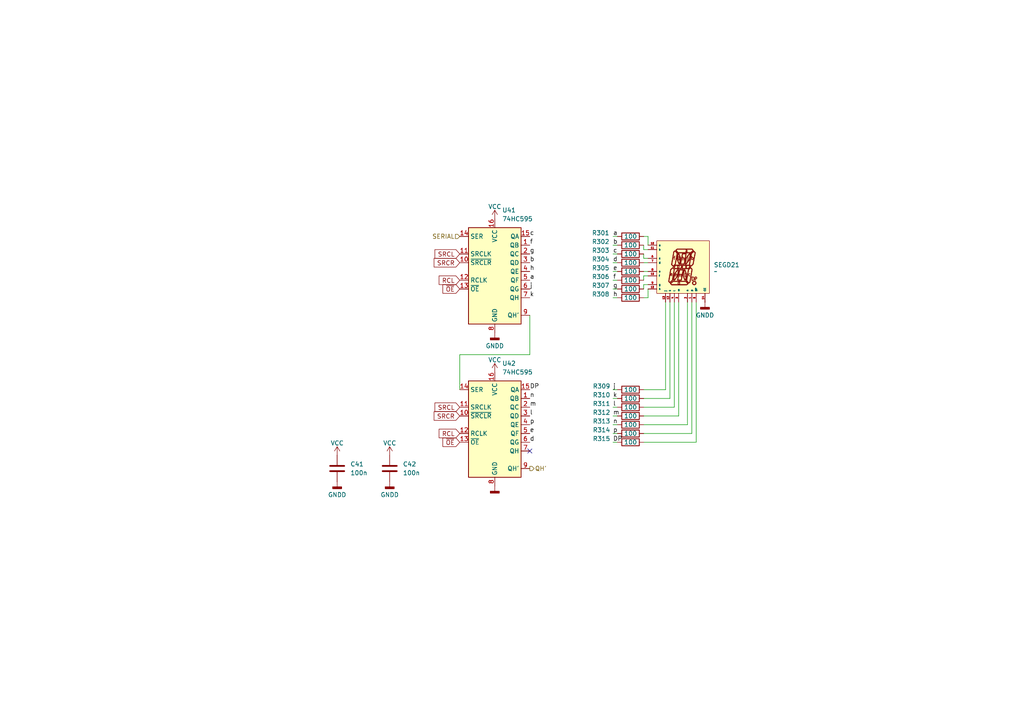
<source format=kicad_sch>
(kicad_sch (version 20250114) (generator "eeschema") (generator_version "9.0")
  (paper "A4")
  (lib_symbols
    (symbol "74xx:74HC595"
      (property "Reference" "U" (at -7.62 13.97 0))
      (property "Value" "74HC595" (at -7.62 -16.51 0))
      (symbol "74HC595_1_0"
        (pin input line (at -10.16 10.16 0) (length 2.54) (name "SER") (number "14"))
        (pin input line (at -10.16 5.08 0) (length 2.54) (name "SRCLK") (number "11"))
        (pin input line (at -10.16 2.54 0) (length 2.54) (name "~{SRCLR}") (number "10"))
        (pin input line (at -10.16 -2.54 0) (length 2.54) (name "RCLK") (number "12"))
        (pin input line (at -10.16 -5.08 0) (length 2.54) (name "~{OE}") (number "13"))
        (pin power_in line (at 0 15.24 270) (length 2.54) (name "VCC") (number "16"))
        (pin power_in line (at 0 -17.78 90) (length 2.54) (name "GND") (number "8"))
        (pin tri_state line (at 10.16 10.16 180) (length 2.54) (name "QA") (number "15"))
        (pin tri_state line (at 10.16 7.62 180) (length 2.54) (name "QB") (number "1"))
        (pin tri_state line (at 10.16 5.08 180) (length 2.54) (name "QC") (number "2"))
        (pin tri_state line (at 10.16 2.54 180) (length 2.54) (name "QD") (number "3"))
        (pin tri_state line (at 10.16 0 180) (length 2.54) (name "QE") (number "4"))
        (pin tri_state line (at 10.16 -2.54 180) (length 2.54) (name "QF") (number "5"))
        (pin tri_state line (at 10.16 -5.08 180) (length 2.54) (name "QG") (number "6"))
        (pin tri_state line (at 10.16 -7.62 180) (length 2.54) (name "QH") (number "7"))
        (pin output line (at 10.16 -12.7 180) (length 2.54) (name "QH'") (number "9"))
      )
    )
    (symbol "Device:C" (pin_numbers (hide yes)) (pin_names (offset 0.254))
      (property "Reference" "C" (at 0.635 2.54 0))
      (property "Value" "C" (at 0.635 -2.54 0))
      (symbol "C_1_1"
        (pin passive line (at 0 3.81 270) (length 2.794) (name "~") (number "1"))
        (pin passive line (at 0 -3.81 90) (length 2.794) (name "~") (number "2"))
      )
    )
    (symbol "Device:R" (pin_numbers (hide yes)) (pin_names (offset 0))
      (property "Reference" "R" (at 2.032 0 90))
      (property "Value" "R" (at 0 0 90))
      (symbol "R_1_1"
        (pin passive line (at 0 3.81 270) (length 1.27) (name "~") (number "1"))
        (pin passive line (at 0 -3.81 90) (length 1.27) (name "~") (number "2"))
      )
    )
    (symbol "External_Parts:ACPSC04-41SEKWA"
      (property "Reference" "SEGD" (at 0 8.89 0))
      (symbol "ACPSC04-41SEKWA_1_1"
        (pin passive line (at -10.16 6.35 0) (length 2.54) (name "a") (number "10"))
        (pin passive line (at -10.16 5.08 0) (length 2.54) (name "b") (number "11"))
        (pin passive line (at -10.16 2.54 0) (length 2.54) (name "c") (number "6"))
        (pin passive line (at -10.16 1.27 0) (length 2.54) (name "d") (number "7"))
        (pin passive line (at -10.16 -1.27 0) (length 2.54) (name "e") (number "8"))
        (pin passive line (at -10.16 -2.54 0) (length 2.54) (name "f") (number "16"))
        (pin passive line (at -10.16 -5.08 0) (length 2.54) (name "g") (number "9"))
        (pin passive line (at -10.16 -6.35 0) (length 2.54) (name "h") (number "15"))
        (pin passive line (at -5.08 -10.16 90) (length 2.54) (name "j") (number "13"))
        (pin passive line (at -3.81 -10.16 90) (length 2.54) (name "k") (number "12"))
        (pin passive line (at -2.54 -10.16 90) (length 2.54) (name "l") (number "4"))
        (pin passive line (at -1.27 -10.16 90) (length 2.54) (name "m") (number "3"))
        (pin passive line (at 1.27 -10.16 90) (length 2.54) (name "n") (number "2"))
        (pin passive line (at 2.54 -10.16 90) (length 2.54) (name "p") (number "1"))
        (pin passive line (at 3.81 -10.16 90) (length 2.54) (name "DP") (number "5"))
        (pin passive line (at 6.35 -10.16 90) (length 2.54) (name "CC") (number "14"))
      )
    )
    (symbol "power:GNDD" (power) (pin_numbers (hide yes)) (pin_names (offset 0) (hide yes))
      (property "Value" "GNDD" (at 0 -3.175 0))
      (symbol "GNDD_1_1"
        (pin power_in line (at 0 0 270) (length 0) (name "~") (number "1"))
      )
    )
    (symbol "power:VCC" (power) (pin_numbers (hide yes)) (pin_names (offset 0) (hide yes))
      (property "Value" "VCC" (at 0 3.556 0))
      (symbol "VCC_1_1"
        (pin power_in line (at 0 0 90) (length 0) (name "~") (number "1"))
      )
    )
  )
  (no_connect (at 153.67 130.81))
  (wire (pts (xy 186.69 78.74) (xy 187.96 78.74)))
  (wire (pts (xy 186.69 118.11) (xy 195.58 118.11)))
  (wire (pts (xy 195.58 118.11) (xy 195.58 87.63)))
  (wire (pts (xy 186.69 120.65) (xy 196.85 120.65)))
  (wire (pts (xy 186.69 125.73) (xy 200.66 125.73)))
  (wire (pts (xy 179.07 118.11) (xy 177.8 118.11)))
  (wire (pts (xy 153.67 91.44) (xy 153.67 102.87)))
  (wire (pts (xy 186.69 82.55) (xy 186.69 83.82)))
  (wire (pts (xy 177.8 68.58) (xy 179.07 68.58)))
  (wire (pts (xy 186.69 72.39) (xy 187.96 72.39)))
  (wire (pts (xy 186.69 86.36) (xy 187.96 86.36)))
  (wire (pts (xy 179.07 123.19) (xy 177.8 123.19)))
  (wire (pts (xy 194.31 115.57) (xy 194.31 87.63)))
  (wire (pts (xy 177.8 73.66) (xy 179.07 73.66)))
  (wire (pts (xy 186.69 115.57) (xy 194.31 115.57)))
  (wire (pts (xy 193.04 113.03) (xy 193.04 87.63)))
  (wire (pts (xy 186.69 80.01) (xy 186.69 81.28)))
  (wire (pts (xy 177.8 128.27) (xy 179.07 128.27)))
  (wire (pts (xy 186.69 80.01) (xy 187.96 80.01)))
  (wire (pts (xy 187.96 68.58) (xy 186.69 68.58)))
  (wire (pts (xy 186.69 74.93) (xy 186.69 73.66)))
  (wire (pts (xy 187.96 86.36) (xy 187.96 83.82)))
  (wire (pts (xy 179.07 125.73) (xy 177.8 125.73)))
  (wire (pts (xy 133.35 102.87) (xy 133.35 113.03)))
  (wire (pts (xy 199.39 123.19) (xy 199.39 87.63)))
  (wire (pts (xy 186.69 128.27) (xy 201.93 128.27)))
  (wire (pts (xy 201.93 128.27) (xy 201.93 87.63)))
  (wire (pts (xy 200.66 125.73) (xy 200.66 87.63)))
  (wire (pts (xy 196.85 120.65) (xy 196.85 87.63)))
  (wire (pts (xy 186.69 74.93) (xy 187.96 74.93)))
  (wire (pts (xy 186.69 113.03) (xy 193.04 113.03)))
  (wire (pts (xy 186.69 123.19) (xy 199.39 123.19)))
  (wire (pts (xy 179.07 120.65) (xy 177.8 120.65)))
  (wire (pts (xy 186.69 76.2) (xy 187.96 76.2)))
  (wire (pts (xy 187.96 71.12) (xy 187.96 68.58)))
  (wire (pts (xy 177.8 71.12) (xy 179.07 71.12)))
  (wire (pts (xy 177.8 78.74) (xy 179.07 78.74)))
  (wire (pts (xy 153.67 102.87) (xy 133.35 102.87)))
  (wire (pts (xy 186.69 82.55) (xy 187.96 82.55)))
  (wire (pts (xy 177.8 76.2) (xy 179.07 76.2)))
  (wire (pts (xy 177.8 81.28) (xy 179.07 81.28)))
  (wire (pts (xy 179.07 113.03) (xy 177.8 113.03)))
  (wire (pts (xy 177.8 86.36) (xy 179.07 86.36)))
  (wire (pts (xy 177.8 83.82) (xy 179.07 83.82)))
  (wire (pts (xy 179.07 115.57) (xy 177.8 115.57)))
  (wire (pts (xy 186.69 72.39) (xy 186.69 71.12)))
  (label "l" (at 177.8 118.11 0))
  (label "c" (at 177.8 73.66 0))
  (label "k" (at 153.67 86.36 0))
  (label "m" (at 177.8 120.65 0))
  (label "a" (at 177.8 68.58 0))
  (label "p" (at 153.67 123.19 0))
  (label "a" (at 153.67 81.28 0))
  (label "h" (at 153.67 78.74 0))
  (label "DP" (at 153.67 113.03 0))
  (label "j" (at 177.8 113.03 0))
  (label "j" (at 153.67 83.82 0))
  (label "p" (at 177.8 125.73 0))
  (label "d" (at 153.67 128.27 0))
  (label "e" (at 177.8 78.74 0))
  (label "g" (at 177.8 83.82 0))
  (label "b" (at 153.67 76.2 0))
  (label "DP" (at 177.8 128.27 0))
  (label "m" (at 153.67 118.11 0))
  (label "c" (at 153.67 68.58 0))
  (label "f" (at 177.8 81.28 0))
  (label "d" (at 177.8 76.2 0))
  (label "b" (at 177.8 71.12 0))
  (label "f" (at 153.67 71.12 0))
  (label "h" (at 177.8 86.36 0))
  (label "l" (at 153.67 120.65 0))
  (label "n" (at 177.8 123.19 0))
  (label "g" (at 153.67 73.66 0))
  (label "k" (at 177.8 115.57 0))
  (label "e" (at 153.67 125.73 0))
  (label "n" (at 153.67 115.57 0))
  (global_label "SRCL" (shape input) (at 133.35 118.11 180) (property "Intersheetrefs" "${INTERSHEET_REFS}" (effects (hide yes))))
  (global_label "SRCL" (shape input) (at 133.35 73.66 180) (property "Intersheetrefs" "${INTERSHEET_REFS}" (effects (hide yes))))
  (global_label "SRCR" (shape input) (at 133.35 76.2 180) (property "Intersheetrefs" "${INTERSHEET_REFS}" (effects (hide yes))))
  (global_label "RCL" (shape input) (at 133.35 81.28 180) (property "Intersheetrefs" "${INTERSHEET_REFS}" (effects (hide yes))))
  (global_label "RCL" (shape input) (at 133.35 125.73 180) (property "Intersheetrefs" "${INTERSHEET_REFS}" (effects (hide yes))))
  (global_label "~{OE}" (shape input) (at 133.35 83.82 180) (property "Intersheetrefs" "${INTERSHEET_REFS}" (effects (hide yes))))
  (global_label "~{OE}" (shape input) (at 133.35 128.27 180) (property "Intersheetrefs" "${INTERSHEET_REFS}" (effects (hide yes))))
  (global_label "SRCR" (shape input) (at 133.35 120.65 180) (property "Intersheetrefs" "${INTERSHEET_REFS}" (effects (hide yes))))
  (hierarchical_label "SERIAL" (shape input) (at 133.35 68.58 180))
  (hierarchical_label "QH'" (shape output) (at 153.67 135.89 0))
  (symbol (lib_id "External_Parts:ACPSC04-41SEKWA") (at 198.12 77.47 0) (unit 1)
    (property "Reference" "SEGD1" (at 207.01 76.8349 0) (effects (justify left)))
    (property "Value" "~" (at 207.01 78.74 0) (effects (justify left)))
    (property "Footprint" "External_Parts:ACPSC04-41SEKWA" (effects (hide yes)))
    (property "DigiKey" "ACPSC04-41SEKWA" (effects (hide yes)))
    (instances (project "Display" (path "" (reference "SEGD21") (unit 1)) (path "" (reference "SEGD25") (unit 1)) (path "" (reference "SEGD10") (unit 1)) (path "" (reference "SEGD18") (unit 1)) (path "" (reference "SEGD2") (unit 1)) (path "" (reference "SEGD5") (unit 1)) (path "" (reference "SEGD8") (unit 1)) (path "" (reference "SEGD4") (unit 1)) (path "" (reference "SEGD26") (unit 1)) (path "" (reference "SEGD17") (unit 1)) (path "" (reference "SEGD6") (unit 1)) (path "" (reference "SEGD9") (unit 1)) (path "" (reference "SEGD23") (unit 1)) (path "" (reference "SEGD27") (unit 1)) (path "" (reference "SEGD28") (unit 1)) (path "" (reference "SEGD19") (unit 1)) (path "" (reference "SEGD16") (unit 1)) (path "" (reference "SEGD14") (unit 1)) (path "" (reference "SEGD13") (unit 1)) (path "" (reference "SEGD20") (unit 1)) (path "" (reference "SEGD11") (unit 1)) (path "" (reference "SEGD1") (unit 1)) (path "" (reference "SEGD3") (unit 1)) (path "" (reference "SEGD22") (unit 1)) (path "" (reference "SEGD12") (unit 1)) (path "" (reference "SEGD7") (unit 1)) (path "" (reference "SEGD24") (unit 1)) (path "" (reference "SEGD15") (unit 1))))
  )
  (symbol (lib_id "power:VCC") (at 97.79 132.08 0) (unit 1)
    (property "Reference" "#PWR04" (effects (hide yes)))
    (property "Value" "VCC" (at 97.79 128.524 0))
    (property "Description" "Power symbol creates a global label with name \"VCC\"" (effects (hide yes)))
    (instances (project "Display" (path "" (reference "#PWR0184") (unit 1)) (path "" (reference "#PWR0220") (unit 1)) (path "" (reference "#PWR085") (unit 1)) (path "" (reference "#PWR0157") (unit 1)) (path "" (reference "#PWR013") (unit 1)) (path "" (reference "#PWR040") (unit 1)) (path "" (reference "#PWR067") (unit 1)) (path "" (reference "#PWR031") (unit 1)) (path "" (reference "#PWR0229") (unit 1)) (path "" (reference "#PWR0148") (unit 1)) (path "" (reference "#PWR049") (unit 1)) (path "" (reference "#PWR076") (unit 1)) (path "" (reference "#PWR0202") (unit 1)) (path "" (reference "#PWR0238") (unit 1)) (path "" (reference "#PWR0247") (unit 1)) (path "" (reference "#PWR0166") (unit 1)) (path "" (reference "#PWR0139") (unit 1)) (path "" (reference "#PWR0121") (unit 1)) (path "" (reference "#PWR0112") (unit 1)) (path "" (reference "#PWR0175") (unit 1)) (path "" (reference "#PWR094") (unit 1)) (path "" (reference "#PWR04") (unit 1)) (path "" (reference "#PWR022") (unit 1)) (path "" (reference "#PWR0193") (unit 1)) (path "" (reference "#PWR0103") (unit 1)) (path "" (reference "#PWR058") (unit 1)) (path "" (reference "#PWR0211") (unit 1)) (path "" (reference "#PWR0130") (unit 1))))
  )
  (symbol (lib_id "Device:R") (at 182.88 78.74 90) (unit 1)
    (property "Reference" "R5" (at 176.784 77.724 90) (effects (justify left)))
    (property "Value" "100" (at 182.88 78.74 90))
    (property "Footprint" "Resistor_SMD:R_0402_1005Metric_Pad0.72x0.64mm_HandSolder" (effects (hide yes)))
    (property "Datasheet" "https://jlcpcb.com/api/file/downloadByFileSystemAccessId/8579705907481001984" (effects (hide yes)))
    (property "Description" "Resistor" (effects (hide yes)))
    (property "LCSC" "C25076" (effects (hide yes)))
    (instances (project "Display" (path "" (reference "R305") (unit 1)) (path "" (reference "R365") (unit 1)) (path "" (reference "R140") (unit 1)) (path "" (reference "R260") (unit 1)) (path "" (reference "R20") (unit 1)) (path "" (reference "R65") (unit 1)) (path "" (reference "R110") (unit 1)) (path "" (reference "R50") (unit 1)) (path "" (reference "R380") (unit 1)) (path "" (reference "R245") (unit 1)) (path "" (reference "R80") (unit 1)) (path "" (reference "R125") (unit 1)) (path "" (reference "R335") (unit 1)) (path "" (reference "R395") (unit 1)) (path "" (reference "R410") (unit 1)) (path "" (reference "R275") (unit 1)) (path "" (reference "R230") (unit 1)) (path "" (reference "R200") (unit 1)) (path "" (reference "R185") (unit 1)) (path "" (reference "R290") (unit 1)) (path "" (reference "R155") (unit 1)) (path "" (reference "R5") (unit 1)) (path "" (reference "R35") (unit 1)) (path "" (reference "R320") (unit 1)) (path "" (reference "R170") (unit 1)) (path "" (reference "R95") (unit 1)) (path "" (reference "R350") (unit 1)) (path "" (reference "R215") (unit 1))))
  )
  (symbol (lib_id "Device:R") (at 182.88 115.57 90) (unit 1)
    (property "Reference" "R10" (at 177.038 114.554 90) (effects (justify left)))
    (property "Value" "100" (at 182.88 115.57 90))
    (property "Footprint" "Resistor_SMD:R_0402_1005Metric_Pad0.72x0.64mm_HandSolder" (effects (hide yes)))
    (property "Datasheet" "https://jlcpcb.com/api/file/downloadByFileSystemAccessId/8579705907481001984" (effects (hide yes)))
    (property "Description" "Resistor" (effects (hide yes)))
    (property "LCSC" "C25076" (effects (hide yes)))
    (instances (project "Display" (path "" (reference "R310") (unit 1)) (path "" (reference "R370") (unit 1)) (path "" (reference "R145") (unit 1)) (path "" (reference "R265") (unit 1)) (path "" (reference "R25") (unit 1)) (path "" (reference "R70") (unit 1)) (path "" (reference "R115") (unit 1)) (path "" (reference "R55") (unit 1)) (path "" (reference "R385") (unit 1)) (path "" (reference "R250") (unit 1)) (path "" (reference "R85") (unit 1)) (path "" (reference "R130") (unit 1)) (path "" (reference "R340") (unit 1)) (path "" (reference "R400") (unit 1)) (path "" (reference "R415") (unit 1)) (path "" (reference "R280") (unit 1)) (path "" (reference "R235") (unit 1)) (path "" (reference "R205") (unit 1)) (path "" (reference "R190") (unit 1)) (path "" (reference "R295") (unit 1)) (path "" (reference "R160") (unit 1)) (path "" (reference "R10") (unit 1)) (path "" (reference "R40") (unit 1)) (path "" (reference "R325") (unit 1)) (path "" (reference "R175") (unit 1)) (path "" (reference "R100") (unit 1)) (path "" (reference "R355") (unit 1)) (path "" (reference "R220") (unit 1))))
  )
  (symbol (lib_id "Device:R") (at 182.88 83.82 90) (unit 1)
    (property "Reference" "R7" (at 176.784 82.804 90) (effects (justify left)))
    (property "Value" "100" (at 182.88 83.82 90))
    (property "Footprint" "Resistor_SMD:R_0402_1005Metric_Pad0.72x0.64mm_HandSolder" (effects (hide yes)))
    (property "Datasheet" "https://jlcpcb.com/api/file/downloadByFileSystemAccessId/8579705907481001984" (effects (hide yes)))
    (property "Description" "Resistor" (effects (hide yes)))
    (property "LCSC" "C25076" (effects (hide yes)))
    (instances (project "Display" (path "" (reference "R307") (unit 1)) (path "" (reference "R367") (unit 1)) (path "" (reference "R142") (unit 1)) (path "" (reference "R262") (unit 1)) (path "" (reference "R22") (unit 1)) (path "" (reference "R67") (unit 1)) (path "" (reference "R112") (unit 1)) (path "" (reference "R52") (unit 1)) (path "" (reference "R382") (unit 1)) (path "" (reference "R247") (unit 1)) (path "" (reference "R82") (unit 1)) (path "" (reference "R127") (unit 1)) (path "" (reference "R337") (unit 1)) (path "" (reference "R397") (unit 1)) (path "" (reference "R412") (unit 1)) (path "" (reference "R277") (unit 1)) (path "" (reference "R232") (unit 1)) (path "" (reference "R202") (unit 1)) (path "" (reference "R187") (unit 1)) (path "" (reference "R292") (unit 1)) (path "" (reference "R157") (unit 1)) (path "" (reference "R7") (unit 1)) (path "" (reference "R37") (unit 1)) (path "" (reference "R322") (unit 1)) (path "" (reference "R172") (unit 1)) (path "" (reference "R97") (unit 1)) (path "" (reference "R352") (unit 1)) (path "" (reference "R217") (unit 1))))
  )
  (symbol (lib_id "Device:R") (at 182.88 118.11 90) (unit 1)
    (property "Reference" "R11" (at 177.038 117.094 90) (effects (justify left)))
    (property "Value" "100" (at 182.88 118.11 90))
    (property "Footprint" "Resistor_SMD:R_0402_1005Metric_Pad0.72x0.64mm_HandSolder" (effects (hide yes)))
    (property "Datasheet" "https://jlcpcb.com/api/file/downloadByFileSystemAccessId/8579705907481001984" (effects (hide yes)))
    (property "Description" "Resistor" (effects (hide yes)))
    (property "LCSC" "C25076" (effects (hide yes)))
    (instances (project "Display" (path "" (reference "R311") (unit 1)) (path "" (reference "R371") (unit 1)) (path "" (reference "R146") (unit 1)) (path "" (reference "R266") (unit 1)) (path "" (reference "R26") (unit 1)) (path "" (reference "R71") (unit 1)) (path "" (reference "R116") (unit 1)) (path "" (reference "R56") (unit 1)) (path "" (reference "R386") (unit 1)) (path "" (reference "R251") (unit 1)) (path "" (reference "R86") (unit 1)) (path "" (reference "R131") (unit 1)) (path "" (reference "R341") (unit 1)) (path "" (reference "R401") (unit 1)) (path "" (reference "R416") (unit 1)) (path "" (reference "R281") (unit 1)) (path "" (reference "R236") (unit 1)) (path "" (reference "R206") (unit 1)) (path "" (reference "R191") (unit 1)) (path "" (reference "R296") (unit 1)) (path "" (reference "R161") (unit 1)) (path "" (reference "R11") (unit 1)) (path "" (reference "R41") (unit 1)) (path "" (reference "R326") (unit 1)) (path "" (reference "R176") (unit 1)) (path "" (reference "R101") (unit 1)) (path "" (reference "R356") (unit 1)) (path "" (reference "R221") (unit 1))))
  )
  (symbol (lib_id "power:GNDD") (at 143.51 96.52 0) (unit 1)
    (property "Reference" "#PWR09" (effects (hide yes)))
    (property "Value" "GNDD" (at 143.51 100.33 0))
    (property "Description" "Power symbol creates a global label with name \"GNDD\" , digital ground" (effects (hide yes)))
    (instances (project "Display" (path "" (reference "#PWR0189") (unit 1)) (path "" (reference "#PWR0225") (unit 1)) (path "" (reference "#PWR090") (unit 1)) (path "" (reference "#PWR0162") (unit 1)) (path "" (reference "#PWR018") (unit 1)) (path "" (reference "#PWR045") (unit 1)) (path "" (reference "#PWR072") (unit 1)) (path "" (reference "#PWR036") (unit 1)) (path "" (reference "#PWR0234") (unit 1)) (path "" (reference "#PWR0153") (unit 1)) (path "" (reference "#PWR054") (unit 1)) (path "" (reference "#PWR081") (unit 1)) (path "" (reference "#PWR0207") (unit 1)) (path "" (reference "#PWR0243") (unit 1)) (path "" (reference "#PWR0252") (unit 1)) (path "" (reference "#PWR0171") (unit 1)) (path "" (reference "#PWR0144") (unit 1)) (path "" (reference "#PWR0126") (unit 1)) (path "" (reference "#PWR0117") (unit 1)) (path "" (reference "#PWR0180") (unit 1)) (path "" (reference "#PWR099") (unit 1)) (path "" (reference "#PWR09") (unit 1)) (path "" (reference "#PWR027") (unit 1)) (path "" (reference "#PWR0198") (unit 1)) (path "" (reference "#PWR0108") (unit 1)) (path "" (reference "#PWR063") (unit 1)) (path "" (reference "#PWR0216") (unit 1)) (path "" (reference "#PWR0135") (unit 1))))
  )
  (symbol (lib_id "Device:R") (at 182.88 123.19 90) (unit 1)
    (property "Reference" "R13" (at 177.038 122.174 90) (effects (justify left)))
    (property "Value" "100" (at 182.88 123.19 90))
    (property "Footprint" "Resistor_SMD:R_0402_1005Metric_Pad0.72x0.64mm_HandSolder" (effects (hide yes)))
    (property "Datasheet" "https://jlcpcb.com/api/file/downloadByFileSystemAccessId/8579705907481001984" (effects (hide yes)))
    (property "Description" "Resistor" (effects (hide yes)))
    (property "LCSC" "C25076" (effects (hide yes)))
    (instances (project "Display" (path "" (reference "R313") (unit 1)) (path "" (reference "R373") (unit 1)) (path "" (reference "R148") (unit 1)) (path "" (reference "R268") (unit 1)) (path "" (reference "R28") (unit 1)) (path "" (reference "R73") (unit 1)) (path "" (reference "R118") (unit 1)) (path "" (reference "R58") (unit 1)) (path "" (reference "R388") (unit 1)) (path "" (reference "R253") (unit 1)) (path "" (reference "R88") (unit 1)) (path "" (reference "R133") (unit 1)) (path "" (reference "R343") (unit 1)) (path "" (reference "R403") (unit 1)) (path "" (reference "R418") (unit 1)) (path "" (reference "R283") (unit 1)) (path "" (reference "R238") (unit 1)) (path "" (reference "R208") (unit 1)) (path "" (reference "R193") (unit 1)) (path "" (reference "R298") (unit 1)) (path "" (reference "R163") (unit 1)) (path "" (reference "R13") (unit 1)) (path "" (reference "R43") (unit 1)) (path "" (reference "R328") (unit 1)) (path "" (reference "R178") (unit 1)) (path "" (reference "R103") (unit 1)) (path "" (reference "R358") (unit 1)) (path "" (reference "R223") (unit 1))))
  )
  (symbol (lib_id "power:GNDD") (at 204.47 87.63 0) (unit 1)
    (property "Reference" "#PWR012" (effects (hide yes)))
    (property "Value" "GNDD" (at 204.47 91.44 0))
    (property "Description" "Power symbol creates a global label with name \"GNDD\" , digital ground" (effects (hide yes)))
    (instances (project "Display" (path "" (reference "#PWR0192") (unit 1)) (path "" (reference "#PWR0228") (unit 1)) (path "" (reference "#PWR093") (unit 1)) (path "" (reference "#PWR0165") (unit 1)) (path "" (reference "#PWR021") (unit 1)) (path "" (reference "#PWR048") (unit 1)) (path "" (reference "#PWR075") (unit 1)) (path "" (reference "#PWR039") (unit 1)) (path "" (reference "#PWR0237") (unit 1)) (path "" (reference "#PWR0156") (unit 1)) (path "" (reference "#PWR057") (unit 1)) (path "" (reference "#PWR084") (unit 1)) (path "" (reference "#PWR0210") (unit 1)) (path "" (reference "#PWR0246") (unit 1)) (path "" (reference "#PWR0255") (unit 1)) (path "" (reference "#PWR0174") (unit 1)) (path "" (reference "#PWR0147") (unit 1)) (path "" (reference "#PWR0129") (unit 1)) (path "" (reference "#PWR0120") (unit 1)) (path "" (reference "#PWR0183") (unit 1)) (path "" (reference "#PWR0102") (unit 1)) (path "" (reference "#PWR012") (unit 1)) (path "" (reference "#PWR030") (unit 1)) (path "" (reference "#PWR0201") (unit 1)) (path "" (reference "#PWR0111") (unit 1)) (path "" (reference "#PWR066") (unit 1)) (path "" (reference "#PWR0219") (unit 1)) (path "" (reference "#PWR0138") (unit 1))))
  )
  (symbol (lib_id "Device:R") (at 182.88 76.2 90) (unit 1)
    (property "Reference" "R4" (at 176.784 75.184 90) (effects (justify left)))
    (property "Value" "100" (at 182.88 76.2 90))
    (property "Footprint" "Resistor_SMD:R_0402_1005Metric_Pad0.72x0.64mm_HandSolder" (effects (hide yes)))
    (property "Datasheet" "https://jlcpcb.com/api/file/downloadByFileSystemAccessId/8579705907481001984" (effects (hide yes)))
    (property "Description" "Resistor" (effects (hide yes)))
    (property "LCSC" "C25076" (effects (hide yes)))
    (instances (project "Display" (path "" (reference "R304") (unit 1)) (path "" (reference "R364") (unit 1)) (path "" (reference "R139") (unit 1)) (path "" (reference "R259") (unit 1)) (path "" (reference "R19") (unit 1)) (path "" (reference "R64") (unit 1)) (path "" (reference "R109") (unit 1)) (path "" (reference "R49") (unit 1)) (path "" (reference "R379") (unit 1)) (path "" (reference "R244") (unit 1)) (path "" (reference "R79") (unit 1)) (path "" (reference "R124") (unit 1)) (path "" (reference "R334") (unit 1)) (path "" (reference "R394") (unit 1)) (path "" (reference "R409") (unit 1)) (path "" (reference "R274") (unit 1)) (path "" (reference "R229") (unit 1)) (path "" (reference "R199") (unit 1)) (path "" (reference "R184") (unit 1)) (path "" (reference "R289") (unit 1)) (path "" (reference "R154") (unit 1)) (path "" (reference "R4") (unit 1)) (path "" (reference "R34") (unit 1)) (path "" (reference "R319") (unit 1)) (path "" (reference "R169") (unit 1)) (path "" (reference "R94") (unit 1)) (path "" (reference "R349") (unit 1)) (path "" (reference "R214") (unit 1))))
  )
  (symbol (lib_id "74xx:74HC595") (at 143.51 78.74 0) (unit 1)
    (property "Reference" "U1" (at 145.6533 60.96 0) (effects (justify left)))
    (property "Value" "74HC595" (at 145.6533 63.5 0) (effects (justify left)))
    (property "Footprint" "Package_SO:TSSOP-16_4.4x5mm_P0.65mm" (effects (hide yes)))
    (property "Datasheet" "http://www.ti.com/lit/ds/symlink/sn74hc595.pdf" (effects (hide yes)))
    (property "Description" "8-bit serial in/out Shift Register 3-State Outputs" (effects (hide yes)))
    (property "DigiKey" "74HC595PW,118" (effects (hide yes)))
    (instances (project "Display" (path "" (reference "U41") (unit 1)) (path "" (reference "U49") (unit 1)) (path "" (reference "U19") (unit 1)) (path "" (reference "U35") (unit 1)) (path "" (reference "U3") (unit 1)) (path "" (reference "U9") (unit 1)) (path "" (reference "U15") (unit 1)) (path "" (reference "U7") (unit 1)) (path "" (reference "U51") (unit 1)) (path "" (reference "U33") (unit 1)) (path "" (reference "U11") (unit 1)) (path "" (reference "U17") (unit 1)) (path "" (reference "U45") (unit 1)) (path "" (reference "U53") (unit 1)) (path "" (reference "U55") (unit 1)) (path "" (reference "U37") (unit 1)) (path "" (reference "U31") (unit 1)) (path "" (reference "U27") (unit 1)) (path "" (reference "U25") (unit 1)) (path "" (reference "U39") (unit 1)) (path "" (reference "U21") (unit 1)) (path "" (reference "U1") (unit 1)) (path "" (reference "U5") (unit 1)) (path "" (reference "U43") (unit 1)) (path "" (reference "U23") (unit 1)) (path "" (reference "U13") (unit 1)) (path "" (reference "U47") (unit 1)) (path "" (reference "U29") (unit 1))))
  )
  (symbol (lib_id "Device:R") (at 182.88 125.73 90) (unit 1)
    (property "Reference" "R14" (at 177.038 124.714 90) (effects (justify left)))
    (property "Value" "100" (at 182.88 125.73 90))
    (property "Footprint" "Resistor_SMD:R_0402_1005Metric_Pad0.72x0.64mm_HandSolder" (effects (hide yes)))
    (property "Datasheet" "https://jlcpcb.com/api/file/downloadByFileSystemAccessId/8579705907481001984" (effects (hide yes)))
    (property "Description" "Resistor" (effects (hide yes)))
    (property "LCSC" "C25076" (effects (hide yes)))
    (instances (project "Display" (path "" (reference "R314") (unit 1)) (path "" (reference "R374") (unit 1)) (path "" (reference "R149") (unit 1)) (path "" (reference "R269") (unit 1)) (path "" (reference "R29") (unit 1)) (path "" (reference "R74") (unit 1)) (path "" (reference "R119") (unit 1)) (path "" (reference "R59") (unit 1)) (path "" (reference "R389") (unit 1)) (path "" (reference "R254") (unit 1)) (path "" (reference "R89") (unit 1)) (path "" (reference "R134") (unit 1)) (path "" (reference "R344") (unit 1)) (path "" (reference "R404") (unit 1)) (path "" (reference "R419") (unit 1)) (path "" (reference "R284") (unit 1)) (path "" (reference "R239") (unit 1)) (path "" (reference "R209") (unit 1)) (path "" (reference "R194") (unit 1)) (path "" (reference "R299") (unit 1)) (path "" (reference "R164") (unit 1)) (path "" (reference "R14") (unit 1)) (path "" (reference "R44") (unit 1)) (path "" (reference "R329") (unit 1)) (path "" (reference "R179") (unit 1)) (path "" (reference "R104") (unit 1)) (path "" (reference "R359") (unit 1)) (path "" (reference "R224") (unit 1))))
  )
  (symbol (lib_id "power:GNDD") (at 143.51 140.97 0) (unit 1)
    (property "Reference" "#PWR011" (effects (hide yes)))
    (property "Value" "GNDD" (effects (hide yes)))
    (property "Description" "Power symbol creates a global label with name \"GNDD\" , digital ground" (effects (hide yes)))
    (instances (project "Display" (path "" (reference "#PWR0191") (unit 1)) (path "" (reference "#PWR0227") (unit 1)) (path "" (reference "#PWR092") (unit 1)) (path "" (reference "#PWR0164") (unit 1)) (path "" (reference "#PWR020") (unit 1)) (path "" (reference "#PWR047") (unit 1)) (path "" (reference "#PWR074") (unit 1)) (path "" (reference "#PWR038") (unit 1)) (path "" (reference "#PWR0236") (unit 1)) (path "" (reference "#PWR0155") (unit 1)) (path "" (reference "#PWR056") (unit 1)) (path "" (reference "#PWR083") (unit 1)) (path "" (reference "#PWR0209") (unit 1)) (path "" (reference "#PWR0245") (unit 1)) (path "" (reference "#PWR0254") (unit 1)) (path "" (reference "#PWR0173") (unit 1)) (path "" (reference "#PWR0146") (unit 1)) (path "" (reference "#PWR0128") (unit 1)) (path "" (reference "#PWR0119") (unit 1)) (path "" (reference "#PWR0182") (unit 1)) (path "" (reference "#PWR0101") (unit 1)) (path "" (reference "#PWR011") (unit 1)) (path "" (reference "#PWR029") (unit 1)) (path "" (reference "#PWR0200") (unit 1)) (path "" (reference "#PWR0110") (unit 1)) (path "" (reference "#PWR065") (unit 1)) (path "" (reference "#PWR0218") (unit 1)) (path "" (reference "#PWR0137") (unit 1))))
  )
  (symbol (lib_id "Device:R") (at 182.88 113.03 90) (unit 1)
    (property "Reference" "R9" (at 177.038 112.014 90) (effects (justify left)))
    (property "Value" "100" (at 182.88 113.03 90))
    (property "Footprint" "Resistor_SMD:R_0402_1005Metric_Pad0.72x0.64mm_HandSolder" (effects (hide yes)))
    (property "Datasheet" "https://jlcpcb.com/api/file/downloadByFileSystemAccessId/8579705907481001984" (effects (hide yes)))
    (property "Description" "Resistor" (effects (hide yes)))
    (property "LCSC" "C25076" (effects (hide yes)))
    (instances (project "Display" (path "" (reference "R309") (unit 1)) (path "" (reference "R369") (unit 1)) (path "" (reference "R144") (unit 1)) (path "" (reference "R264") (unit 1)) (path "" (reference "R24") (unit 1)) (path "" (reference "R69") (unit 1)) (path "" (reference "R114") (unit 1)) (path "" (reference "R54") (unit 1)) (path "" (reference "R384") (unit 1)) (path "" (reference "R249") (unit 1)) (path "" (reference "R84") (unit 1)) (path "" (reference "R129") (unit 1)) (path "" (reference "R339") (unit 1)) (path "" (reference "R399") (unit 1)) (path "" (reference "R414") (unit 1)) (path "" (reference "R279") (unit 1)) (path "" (reference "R234") (unit 1)) (path "" (reference "R204") (unit 1)) (path "" (reference "R189") (unit 1)) (path "" (reference "R294") (unit 1)) (path "" (reference "R159") (unit 1)) (path "" (reference "R9") (unit 1)) (path "" (reference "R39") (unit 1)) (path "" (reference "R324") (unit 1)) (path "" (reference "R174") (unit 1)) (path "" (reference "R99") (unit 1)) (path "" (reference "R354") (unit 1)) (path "" (reference "R219") (unit 1))))
  )
  (symbol (lib_id "Device:R") (at 182.88 71.12 90) (unit 1)
    (property "Reference" "R2" (at 176.784 70.104 90) (effects (justify left)))
    (property "Value" "100" (at 182.88 71.12 90))
    (property "Footprint" "Resistor_SMD:R_0402_1005Metric_Pad0.72x0.64mm_HandSolder" (effects (hide yes)))
    (property "Datasheet" "https://jlcpcb.com/api/file/downloadByFileSystemAccessId/8579705907481001984" (effects (hide yes)))
    (property "Description" "Resistor" (effects (hide yes)))
    (property "LCSC" "C25076" (effects (hide yes)))
    (instances (project "Display" (path "" (reference "R302") (unit 1)) (path "" (reference "R362") (unit 1)) (path "" (reference "R137") (unit 1)) (path "" (reference "R257") (unit 1)) (path "" (reference "R17") (unit 1)) (path "" (reference "R62") (unit 1)) (path "" (reference "R107") (unit 1)) (path "" (reference "R47") (unit 1)) (path "" (reference "R377") (unit 1)) (path "" (reference "R242") (unit 1)) (path "" (reference "R77") (unit 1)) (path "" (reference "R122") (unit 1)) (path "" (reference "R332") (unit 1)) (path "" (reference "R392") (unit 1)) (path "" (reference "R407") (unit 1)) (path "" (reference "R272") (unit 1)) (path "" (reference "R227") (unit 1)) (path "" (reference "R197") (unit 1)) (path "" (reference "R182") (unit 1)) (path "" (reference "R287") (unit 1)) (path "" (reference "R152") (unit 1)) (path "" (reference "R2") (unit 1)) (path "" (reference "R32") (unit 1)) (path "" (reference "R317") (unit 1)) (path "" (reference "R167") (unit 1)) (path "" (reference "R92") (unit 1)) (path "" (reference "R347") (unit 1)) (path "" (reference "R212") (unit 1))))
  )
  (symbol (lib_id "power:VCC") (at 113.03 132.08 0) (unit 1)
    (property "Reference" "#PWR06" (effects (hide yes)))
    (property "Value" "VCC" (at 113.03 128.524 0))
    (property "Description" "Power symbol creates a global label with name \"VCC\"" (effects (hide yes)))
    (instances (project "Display" (path "" (reference "#PWR0186") (unit 1)) (path "" (reference "#PWR0222") (unit 1)) (path "" (reference "#PWR087") (unit 1)) (path "" (reference "#PWR0159") (unit 1)) (path "" (reference "#PWR015") (unit 1)) (path "" (reference "#PWR042") (unit 1)) (path "" (reference "#PWR069") (unit 1)) (path "" (reference "#PWR033") (unit 1)) (path "" (reference "#PWR0231") (unit 1)) (path "" (reference "#PWR0150") (unit 1)) (path "" (reference "#PWR051") (unit 1)) (path "" (reference "#PWR078") (unit 1)) (path "" (reference "#PWR0204") (unit 1)) (path "" (reference "#PWR0240") (unit 1)) (path "" (reference "#PWR0249") (unit 1)) (path "" (reference "#PWR0168") (unit 1)) (path "" (reference "#PWR0141") (unit 1)) (path "" (reference "#PWR0123") (unit 1)) (path "" (reference "#PWR0114") (unit 1)) (path "" (reference "#PWR0177") (unit 1)) (path "" (reference "#PWR096") (unit 1)) (path "" (reference "#PWR06") (unit 1)) (path "" (reference "#PWR024") (unit 1)) (path "" (reference "#PWR0195") (unit 1)) (path "" (reference "#PWR0105") (unit 1)) (path "" (reference "#PWR060") (unit 1)) (path "" (reference "#PWR0213") (unit 1)) (path "" (reference "#PWR0132") (unit 1))))
  )
  (symbol (lib_id "74xx:74HC595") (at 143.51 123.19 0) (unit 1)
    (property "Reference" "U2" (at 145.6533 105.41 0) (effects (justify left)))
    (property "Value" "74HC595" (at 145.6533 107.95 0) (effects (justify left)))
    (property "Footprint" "Package_SO:TSSOP-16_4.4x5mm_P0.65mm" (effects (hide yes)))
    (property "Datasheet" "http://www.ti.com/lit/ds/symlink/sn74hc595.pdf" (effects (hide yes)))
    (property "Description" "8-bit serial in/out Shift Register 3-State Outputs" (effects (hide yes)))
    (instances (project "Display" (path "" (reference "U42") (unit 1)) (path "" (reference "U50") (unit 1)) (path "" (reference "U20") (unit 1)) (path "" (reference "U36") (unit 1)) (path "" (reference "U4") (unit 1)) (path "" (reference "U10") (unit 1)) (path "" (reference "U16") (unit 1)) (path "" (reference "U8") (unit 1)) (path "" (reference "U52") (unit 1)) (path "" (reference "U34") (unit 1)) (path "" (reference "U12") (unit 1)) (path "" (reference "U18") (unit 1)) (path "" (reference "U46") (unit 1)) (path "" (reference "U54") (unit 1)) (path "" (reference "U56") (unit 1)) (path "" (reference "U38") (unit 1)) (path "" (reference "U32") (unit 1)) (path "" (reference "U28") (unit 1)) (path "" (reference "U26") (unit 1)) (path "" (reference "U40") (unit 1)) (path "" (reference "U22") (unit 1)) (path "" (reference "U2") (unit 1)) (path "" (reference "U6") (unit 1)) (path "" (reference "U44") (unit 1)) (path "" (reference "U24") (unit 1)) (path "" (reference "U14") (unit 1)) (path "" (reference "U48") (unit 1)) (path "" (reference "U30") (unit 1))))
  )
  (symbol (lib_id "Device:R") (at 182.88 81.28 90) (unit 1)
    (property "Reference" "R6" (at 176.784 80.264 90) (effects (justify left)))
    (property "Value" "100" (at 182.88 81.28 90))
    (property "Footprint" "Resistor_SMD:R_0402_1005Metric_Pad0.72x0.64mm_HandSolder" (effects (hide yes)))
    (property "Datasheet" "https://jlcpcb.com/api/file/downloadByFileSystemAccessId/8579705907481001984" (effects (hide yes)))
    (property "Description" "Resistor" (effects (hide yes)))
    (property "LCSC" "C25076" (effects (hide yes)))
    (instances (project "Display" (path "" (reference "R306") (unit 1)) (path "" (reference "R366") (unit 1)) (path "" (reference "R141") (unit 1)) (path "" (reference "R261") (unit 1)) (path "" (reference "R21") (unit 1)) (path "" (reference "R66") (unit 1)) (path "" (reference "R111") (unit 1)) (path "" (reference "R51") (unit 1)) (path "" (reference "R381") (unit 1)) (path "" (reference "R246") (unit 1)) (path "" (reference "R81") (unit 1)) (path "" (reference "R126") (unit 1)) (path "" (reference "R336") (unit 1)) (path "" (reference "R396") (unit 1)) (path "" (reference "R411") (unit 1)) (path "" (reference "R276") (unit 1)) (path "" (reference "R231") (unit 1)) (path "" (reference "R201") (unit 1)) (path "" (reference "R186") (unit 1)) (path "" (reference "R291") (unit 1)) (path "" (reference "R156") (unit 1)) (path "" (reference "R6") (unit 1)) (path "" (reference "R36") (unit 1)) (path "" (reference "R321") (unit 1)) (path "" (reference "R171") (unit 1)) (path "" (reference "R96") (unit 1)) (path "" (reference "R351") (unit 1)) (path "" (reference "R216") (unit 1))))
  )
  (symbol (lib_id "Device:R") (at 182.88 120.65 90) (unit 1)
    (property "Reference" "R12" (at 177.038 119.634 90) (effects (justify left)))
    (property "Value" "100" (at 182.88 120.65 90))
    (property "Footprint" "Resistor_SMD:R_0402_1005Metric_Pad0.72x0.64mm_HandSolder" (effects (hide yes)))
    (property "Datasheet" "https://jlcpcb.com/api/file/downloadByFileSystemAccessId/8579705907481001984" (effects (hide yes)))
    (property "Description" "Resistor" (effects (hide yes)))
    (property "LCSC" "C25076" (effects (hide yes)))
    (instances (project "Display" (path "" (reference "R312") (unit 1)) (path "" (reference "R372") (unit 1)) (path "" (reference "R147") (unit 1)) (path "" (reference "R267") (unit 1)) (path "" (reference "R27") (unit 1)) (path "" (reference "R72") (unit 1)) (path "" (reference "R117") (unit 1)) (path "" (reference "R57") (unit 1)) (path "" (reference "R387") (unit 1)) (path "" (reference "R252") (unit 1)) (path "" (reference "R87") (unit 1)) (path "" (reference "R132") (unit 1)) (path "" (reference "R342") (unit 1)) (path "" (reference "R402") (unit 1)) (path "" (reference "R417") (unit 1)) (path "" (reference "R282") (unit 1)) (path "" (reference "R237") (unit 1)) (path "" (reference "R207") (unit 1)) (path "" (reference "R192") (unit 1)) (path "" (reference "R297") (unit 1)) (path "" (reference "R162") (unit 1)) (path "" (reference "R12") (unit 1)) (path "" (reference "R42") (unit 1)) (path "" (reference "R327") (unit 1)) (path "" (reference "R177") (unit 1)) (path "" (reference "R102") (unit 1)) (path "" (reference "R357") (unit 1)) (path "" (reference "R222") (unit 1))))
  )
  (symbol (lib_id "Device:C") (at 113.03 135.89 0) (unit 1)
    (property "Reference" "C2" (at 116.84 134.6199 0) (effects (justify left)))
    (property "Value" "100n" (at 116.84 137.1599 0) (effects (justify left)))
    (property "Footprint" "Capacitor_SMD:C_0201_0603Metric_Pad0.64x0.40mm_HandSolder" (effects (hide yes)))
    (property "Description" "Unpolarized capacitor" (effects (hide yes)))
    (instances (project "Display" (path "" (reference "C42") (unit 1)) (path "" (reference "C50") (unit 1)) (path "" (reference "C20") (unit 1)) (path "" (reference "C36") (unit 1)) (path "" (reference "C4") (unit 1)) (path "" (reference "C10") (unit 1)) (path "" (reference "C16") (unit 1)) (path "" (reference "C8") (unit 1)) (path "" (reference "C52") (unit 1)) (path "" (reference "C34") (unit 1)) (path "" (reference "C12") (unit 1)) (path "" (reference "C18") (unit 1)) (path "" (reference "C46") (unit 1)) (path "" (reference "C54") (unit 1)) (path "" (reference "C56") (unit 1)) (path "" (reference "C38") (unit 1)) (path "" (reference "C32") (unit 1)) (path "" (reference "C28") (unit 1)) (path "" (reference "C26") (unit 1)) (path "" (reference "C40") (unit 1)) (path "" (reference "C22") (unit 1)) (path "" (reference "C2") (unit 1)) (path "" (reference "C6") (unit 1)) (path "" (reference "C44") (unit 1)) (path "" (reference "C24") (unit 1)) (path "" (reference "C14") (unit 1)) (path "" (reference "C48") (unit 1)) (path "" (reference "C30") (unit 1))))
  )
  (symbol (lib_id "Device:R") (at 182.88 68.58 90) (unit 1)
    (property "Reference" "R1" (at 176.784 67.564 90) (effects (justify left)))
    (property "Value" "100" (at 182.88 68.58 90))
    (property "Footprint" "Resistor_SMD:R_0402_1005Metric_Pad0.72x0.64mm_HandSolder" (effects (hide yes)))
    (property "Datasheet" "https://jlcpcb.com/api/file/downloadByFileSystemAccessId/8579705907481001984" (effects (hide yes)))
    (property "Description" "Resistor" (effects (hide yes)))
    (property "LCSC" "C25076" (effects (hide yes)))
    (instances (project "Display" (path "" (reference "R301") (unit 1)) (path "" (reference "R361") (unit 1)) (path "" (reference "R136") (unit 1)) (path "" (reference "R256") (unit 1)) (path "" (reference "R16") (unit 1)) (path "" (reference "R61") (unit 1)) (path "" (reference "R106") (unit 1)) (path "" (reference "R46") (unit 1)) (path "" (reference "R376") (unit 1)) (path "" (reference "R241") (unit 1)) (path "" (reference "R76") (unit 1)) (path "" (reference "R121") (unit 1)) (path "" (reference "R331") (unit 1)) (path "" (reference "R391") (unit 1)) (path "" (reference "R406") (unit 1)) (path "" (reference "R271") (unit 1)) (path "" (reference "R226") (unit 1)) (path "" (reference "R196") (unit 1)) (path "" (reference "R181") (unit 1)) (path "" (reference "R286") (unit 1)) (path "" (reference "R151") (unit 1)) (path "" (reference "R1") (unit 1)) (path "" (reference "R31") (unit 1)) (path "" (reference "R316") (unit 1)) (path "" (reference "R166") (unit 1)) (path "" (reference "R91") (unit 1)) (path "" (reference "R346") (unit 1)) (path "" (reference "R211") (unit 1))))
  )
  (symbol (lib_id "Device:C") (at 97.79 135.89 0) (unit 1)
    (property "Reference" "C1" (at 101.6 134.6199 0) (effects (justify left)))
    (property "Value" "100n" (at 101.6 137.1599 0) (effects (justify left)))
    (property "Footprint" "Capacitor_SMD:C_0201_0603Metric_Pad0.64x0.40mm_HandSolder" (effects (hide yes)))
    (property "Description" "Unpolarized capacitor" (effects (hide yes)))
    (instances (project "Display" (path "" (reference "C41") (unit 1)) (path "" (reference "C49") (unit 1)) (path "" (reference "C19") (unit 1)) (path "" (reference "C35") (unit 1)) (path "" (reference "C3") (unit 1)) (path "" (reference "C9") (unit 1)) (path "" (reference "C15") (unit 1)) (path "" (reference "C7") (unit 1)) (path "" (reference "C51") (unit 1)) (path "" (reference "C33") (unit 1)) (path "" (reference "C11") (unit 1)) (path "" (reference "C17") (unit 1)) (path "" (reference "C45") (unit 1)) (path "" (reference "C53") (unit 1)) (path "" (reference "C55") (unit 1)) (path "" (reference "C37") (unit 1)) (path "" (reference "C31") (unit 1)) (path "" (reference "C27") (unit 1)) (path "" (reference "C25") (unit 1)) (path "" (reference "C39") (unit 1)) (path "" (reference "C21") (unit 1)) (path "" (reference "C1") (unit 1)) (path "" (reference "C5") (unit 1)) (path "" (reference "C43") (unit 1)) (path "" (reference "C23") (unit 1)) (path "" (reference "C13") (unit 1)) (path "" (reference "C47") (unit 1)) (path "" (reference "C29") (unit 1))))
  )
  (symbol (lib_id "Device:R") (at 182.88 73.66 90) (unit 1)
    (property "Reference" "R3" (at 176.784 72.644 90) (effects (justify left)))
    (property "Value" "100" (at 182.88 73.66 90))
    (property "Footprint" "Resistor_SMD:R_0402_1005Metric_Pad0.72x0.64mm_HandSolder" (effects (hide yes)))
    (property "Datasheet" "https://jlcpcb.com/api/file/downloadByFileSystemAccessId/8579705907481001984" (effects (hide yes)))
    (property "Description" "Resistor" (effects (hide yes)))
    (property "LCSC" "C25076" (effects (hide yes)))
    (instances (project "Display" (path "" (reference "R303") (unit 1)) (path "" (reference "R363") (unit 1)) (path "" (reference "R138") (unit 1)) (path "" (reference "R258") (unit 1)) (path "" (reference "R18") (unit 1)) (path "" (reference "R63") (unit 1)) (path "" (reference "R108") (unit 1)) (path "" (reference "R48") (unit 1)) (path "" (reference "R378") (unit 1)) (path "" (reference "R243") (unit 1)) (path "" (reference "R78") (unit 1)) (path "" (reference "R123") (unit 1)) (path "" (reference "R333") (unit 1)) (path "" (reference "R393") (unit 1)) (path "" (reference "R408") (unit 1)) (path "" (reference "R273") (unit 1)) (path "" (reference "R228") (unit 1)) (path "" (reference "R198") (unit 1)) (path "" (reference "R183") (unit 1)) (path "" (reference "R288") (unit 1)) (path "" (reference "R153") (unit 1)) (path "" (reference "R3") (unit 1)) (path "" (reference "R33") (unit 1)) (path "" (reference "R318") (unit 1)) (path "" (reference "R168") (unit 1)) (path "" (reference "R93") (unit 1)) (path "" (reference "R348") (unit 1)) (path "" (reference "R213") (unit 1))))
  )
  (symbol (lib_id "power:VCC") (at 143.51 63.5 0) (unit 1)
    (property "Reference" "#PWR08" (effects (hide yes)))
    (property "Value" "VCC" (at 143.51 59.944 0))
    (property "Description" "Power symbol creates a global label with name \"VCC\"" (effects (hide yes)))
    (instances (project "Display" (path "" (reference "#PWR0188") (unit 1)) (path "" (reference "#PWR0224") (unit 1)) (path "" (reference "#PWR089") (unit 1)) (path "" (reference "#PWR0161") (unit 1)) (path "" (reference "#PWR017") (unit 1)) (path "" (reference "#PWR044") (unit 1)) (path "" (reference "#PWR071") (unit 1)) (path "" (reference "#PWR035") (unit 1)) (path "" (reference "#PWR0233") (unit 1)) (path "" (reference "#PWR0152") (unit 1)) (path "" (reference "#PWR053") (unit 1)) (path "" (reference "#PWR080") (unit 1)) (path "" (reference "#PWR0206") (unit 1)) (path "" (reference "#PWR0242") (unit 1)) (path "" (reference "#PWR0251") (unit 1)) (path "" (reference "#PWR0170") (unit 1)) (path "" (reference "#PWR0143") (unit 1)) (path "" (reference "#PWR0125") (unit 1)) (path "" (reference "#PWR0116") (unit 1)) (path "" (reference "#PWR0179") (unit 1)) (path "" (reference "#PWR098") (unit 1)) (path "" (reference "#PWR08") (unit 1)) (path "" (reference "#PWR026") (unit 1)) (path "" (reference "#PWR0197") (unit 1)) (path "" (reference "#PWR0107") (unit 1)) (path "" (reference "#PWR062") (unit 1)) (path "" (reference "#PWR0215") (unit 1)) (path "" (reference "#PWR0134") (unit 1))))
  )
  (symbol (lib_id "power:GNDD") (at 97.79 139.7 0) (unit 1)
    (property "Reference" "#PWR05" (effects (hide yes)))
    (property "Value" "GNDD" (at 97.79 143.51 0))
    (property "Description" "Power symbol creates a global label with name \"GNDD\" , digital ground" (effects (hide yes)))
    (instances (project "Display" (path "" (reference "#PWR0185") (unit 1)) (path "" (reference "#PWR0221") (unit 1)) (path "" (reference "#PWR086") (unit 1)) (path "" (reference "#PWR0158") (unit 1)) (path "" (reference "#PWR014") (unit 1)) (path "" (reference "#PWR041") (unit 1)) (path "" (reference "#PWR068") (unit 1)) (path "" (reference "#PWR032") (unit 1)) (path "" (reference "#PWR0230") (unit 1)) (path "" (reference "#PWR0149") (unit 1)) (path "" (reference "#PWR050") (unit 1)) (path "" (reference "#PWR077") (unit 1)) (path "" (reference "#PWR0203") (unit 1)) (path "" (reference "#PWR0239") (unit 1)) (path "" (reference "#PWR0248") (unit 1)) (path "" (reference "#PWR0167") (unit 1)) (path "" (reference "#PWR0140") (unit 1)) (path "" (reference "#PWR0122") (unit 1)) (path "" (reference "#PWR0113") (unit 1)) (path "" (reference "#PWR0176") (unit 1)) (path "" (reference "#PWR095") (unit 1)) (path "" (reference "#PWR05") (unit 1)) (path "" (reference "#PWR023") (unit 1)) (path "" (reference "#PWR0194") (unit 1)) (path "" (reference "#PWR0104") (unit 1)) (path "" (reference "#PWR059") (unit 1)) (path "" (reference "#PWR0212") (unit 1)) (path "" (reference "#PWR0131") (unit 1))))
  )
  (symbol (lib_id "power:VCC") (at 143.51 107.95 0) (unit 1)
    (property "Reference" "#PWR010" (effects (hide yes)))
    (property "Value" "VCC" (at 143.51 104.394 0))
    (property "Description" "Power symbol creates a global label with name \"VCC\"" (effects (hide yes)))
    (instances (project "Display" (path "" (reference "#PWR0190") (unit 1)) (path "" (reference "#PWR0226") (unit 1)) (path "" (reference "#PWR091") (unit 1)) (path "" (reference "#PWR0163") (unit 1)) (path "" (reference "#PWR019") (unit 1)) (path "" (reference "#PWR046") (unit 1)) (path "" (reference "#PWR073") (unit 1)) (path "" (reference "#PWR037") (unit 1)) (path "" (reference "#PWR0235") (unit 1)) (path "" (reference "#PWR0154") (unit 1)) (path "" (reference "#PWR055") (unit 1)) (path "" (reference "#PWR082") (unit 1)) (path "" (reference "#PWR0208") (unit 1)) (path "" (reference "#PWR0244") (unit 1)) (path "" (reference "#PWR0253") (unit 1)) (path "" (reference "#PWR0172") (unit 1)) (path "" (reference "#PWR0145") (unit 1)) (path "" (reference "#PWR0127") (unit 1)) (path "" (reference "#PWR0118") (unit 1)) (path "" (reference "#PWR0181") (unit 1)) (path "" (reference "#PWR0100") (unit 1)) (path "" (reference "#PWR010") (unit 1)) (path "" (reference "#PWR028") (unit 1)) (path "" (reference "#PWR0199") (unit 1)) (path "" (reference "#PWR0109") (unit 1)) (path "" (reference "#PWR064") (unit 1)) (path "" (reference "#PWR0217") (unit 1)) (path "" (reference "#PWR0136") (unit 1))))
  )
  (symbol (lib_id "power:GNDD") (at 113.03 139.7 0) (unit 1)
    (property "Reference" "#PWR07" (effects (hide yes)))
    (property "Value" "GNDD" (at 113.03 143.51 0))
    (property "Description" "Power symbol creates a global label with name \"GNDD\" , digital ground" (effects (hide yes)))
    (instances (project "Display" (path "" (reference "#PWR0187") (unit 1)) (path "" (reference "#PWR0223") (unit 1)) (path "" (reference "#PWR088") (unit 1)) (path "" (reference "#PWR0160") (unit 1)) (path "" (reference "#PWR016") (unit 1)) (path "" (reference "#PWR043") (unit 1)) (path "" (reference "#PWR070") (unit 1)) (path "" (reference "#PWR034") (unit 1)) (path "" (reference "#PWR0232") (unit 1)) (path "" (reference "#PWR0151") (unit 1)) (path "" (reference "#PWR052") (unit 1)) (path "" (reference "#PWR079") (unit 1)) (path "" (reference "#PWR0205") (unit 1)) (path "" (reference "#PWR0241") (unit 1)) (path "" (reference "#PWR0250") (unit 1)) (path "" (reference "#PWR0169") (unit 1)) (path "" (reference "#PWR0142") (unit 1)) (path "" (reference "#PWR0124") (unit 1)) (path "" (reference "#PWR0115") (unit 1)) (path "" (reference "#PWR0178") (unit 1)) (path "" (reference "#PWR097") (unit 1)) (path "" (reference "#PWR07") (unit 1)) (path "" (reference "#PWR025") (unit 1)) (path "" (reference "#PWR0196") (unit 1)) (path "" (reference "#PWR0106") (unit 1)) (path "" (reference "#PWR061") (unit 1)) (path "" (reference "#PWR0214") (unit 1)) (path "" (reference "#PWR0133") (unit 1))))
  )
  (symbol (lib_id "Device:R") (at 182.88 128.27 90) (unit 1)
    (property "Reference" "R15" (at 177.038 127.254 90) (effects (justify left)))
    (property "Value" "100" (at 182.88 128.27 90))
    (property "Footprint" "Resistor_SMD:R_0402_1005Metric_Pad0.72x0.64mm_HandSolder" (effects (hide yes)))
    (property "Datasheet" "https://jlcpcb.com/api/file/downloadByFileSystemAccessId/8579705907481001984" (effects (hide yes)))
    (property "Description" "Resistor" (effects (hide yes)))
    (property "LCSC" "C25076" (effects (hide yes)))
    (instances (project "Display" (path "" (reference "R315") (unit 1)) (path "" (reference "R375") (unit 1)) (path "" (reference "R150") (unit 1)) (path "" (reference "R270") (unit 1)) (path "" (reference "R30") (unit 1)) (path "" (reference "R75") (unit 1)) (path "" (reference "R120") (unit 1)) (path "" (reference "R60") (unit 1)) (path "" (reference "R390") (unit 1)) (path "" (reference "R255") (unit 1)) (path "" (reference "R90") (unit 1)) (path "" (reference "R135") (unit 1)) (path "" (reference "R345") (unit 1)) (path "" (reference "R405") (unit 1)) (path "" (reference "R420") (unit 1)) (path "" (reference "R285") (unit 1)) (path "" (reference "R240") (unit 1)) (path "" (reference "R210") (unit 1)) (path "" (reference "R195") (unit 1)) (path "" (reference "R300") (unit 1)) (path "" (reference "R165") (unit 1)) (path "" (reference "R15") (unit 1)) (path "" (reference "R45") (unit 1)) (path "" (reference "R330") (unit 1)) (path "" (reference "R180") (unit 1)) (path "" (reference "R105") (unit 1)) (path "" (reference "R360") (unit 1)) (path "" (reference "R225") (unit 1))))
  )
  (symbol (lib_id "Device:R") (at 182.88 86.36 90) (unit 1)
    (property "Reference" "R8" (at 176.784 85.344 90) (effects (justify left)))
    (property "Value" "100" (at 182.88 86.36 90))
    (property "Footprint" "Resistor_SMD:R_0402_1005Metric_Pad0.72x0.64mm_HandSolder" (effects (hide yes)))
    (property "Datasheet" "https://jlcpcb.com/api/file/downloadByFileSystemAccessId/8579705907481001984" (effects (hide yes)))
    (property "Description" "Resistor" (effects (hide yes)))
    (property "LCSC" "C25076" (effects (hide yes)))
    (instances (project "Display" (path "" (reference "R308") (unit 1)) (path "" (reference "R368") (unit 1)) (path "" (reference "R143") (unit 1)) (path "" (reference "R263") (unit 1)) (path "" (reference "R23") (unit 1)) (path "" (reference "R68") (unit 1)) (path "" (reference "R113") (unit 1)) (path "" (reference "R53") (unit 1)) (path "" (reference "R383") (unit 1)) (path "" (reference "R248") (unit 1)) (path "" (reference "R83") (unit 1)) (path "" (reference "R128") (unit 1)) (path "" (reference "R338") (unit 1)) (path "" (reference "R398") (unit 1)) (path "" (reference "R413") (unit 1)) (path "" (reference "R278") (unit 1)) (path "" (reference "R233") (unit 1)) (path "" (reference "R203") (unit 1)) (path "" (reference "R188") (unit 1)) (path "" (reference "R293") (unit 1)) (path "" (reference "R158") (unit 1)) (path "" (reference "R8") (unit 1)) (path "" (reference "R38") (unit 1)) (path "" (reference "R323") (unit 1)) (path "" (reference "R173") (unit 1)) (path "" (reference "R98") (unit 1)) (path "" (reference "R353") (unit 1)) (path "" (reference "R218") (unit 1))))
  )
)
</source>
